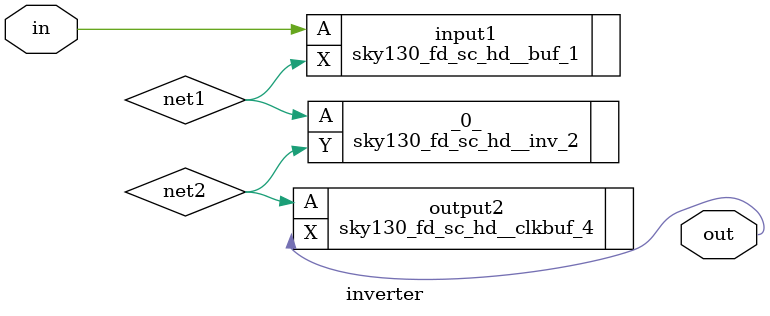
<source format=v>
module inverter (in,
    out);
 input in;
 output out;

 wire net1;
 wire net2;

 sky130_fd_sc_hd__inv_2 _0_ (.A(net1),
    .Y(net2));
 sky130_fd_sc_hd__decap_3 PHY_0 ();
 sky130_fd_sc_hd__decap_3 PHY_1 ();
 sky130_fd_sc_hd__decap_3 PHY_2 ();
 sky130_fd_sc_hd__decap_3 PHY_3 ();
 sky130_fd_sc_hd__decap_3 PHY_4 ();
 sky130_fd_sc_hd__decap_3 PHY_5 ();
 sky130_fd_sc_hd__decap_3 PHY_6 ();
 sky130_fd_sc_hd__decap_3 PHY_7 ();
 sky130_fd_sc_hd__decap_3 PHY_8 ();
 sky130_fd_sc_hd__decap_3 PHY_9 ();
 sky130_fd_sc_hd__decap_3 PHY_10 ();
 sky130_fd_sc_hd__decap_3 PHY_11 ();
 sky130_fd_sc_hd__decap_3 PHY_12 ();
 sky130_fd_sc_hd__decap_3 PHY_13 ();
 sky130_fd_sc_hd__decap_3 PHY_14 ();
 sky130_fd_sc_hd__decap_3 PHY_15 ();
 sky130_fd_sc_hd__decap_3 PHY_16 ();
 sky130_fd_sc_hd__decap_3 PHY_17 ();
 sky130_fd_sc_hd__decap_3 PHY_18 ();
 sky130_fd_sc_hd__decap_3 PHY_19 ();
 sky130_fd_sc_hd__decap_3 PHY_20 ();
 sky130_fd_sc_hd__decap_3 PHY_21 ();
 sky130_fd_sc_hd__decap_3 PHY_22 ();
 sky130_fd_sc_hd__decap_3 PHY_23 ();
 sky130_fd_sc_hd__decap_3 PHY_24 ();
 sky130_fd_sc_hd__decap_3 PHY_25 ();
 sky130_fd_sc_hd__tapvpwrvgnd_1 TAP_26 ();
 sky130_fd_sc_hd__tapvpwrvgnd_1 TAP_27 ();
 sky130_fd_sc_hd__tapvpwrvgnd_1 TAP_28 ();
 sky130_fd_sc_hd__tapvpwrvgnd_1 TAP_29 ();
 sky130_fd_sc_hd__tapvpwrvgnd_1 TAP_30 ();
 sky130_fd_sc_hd__tapvpwrvgnd_1 TAP_31 ();
 sky130_fd_sc_hd__tapvpwrvgnd_1 TAP_32 ();
 sky130_fd_sc_hd__buf_1 input1 (.A(in),
    .X(net1));
 sky130_fd_sc_hd__clkbuf_4 output2 (.A(net2),
    .X(out));
 sky130_ef_sc_hd__decap_12 FILLER_0_0_9 ();
 sky130_fd_sc_hd__decap_6 FILLER_0_0_21 ();
 sky130_fd_sc_hd__fill_1 FILLER_0_0_27 ();
 sky130_ef_sc_hd__decap_12 FILLER_0_0_29 ();
 sky130_fd_sc_hd__decap_6 FILLER_0_0_41 ();
 sky130_fd_sc_hd__fill_1 FILLER_0_0_47 ();
 sky130_ef_sc_hd__decap_12 FILLER_0_1_3 ();
 sky130_ef_sc_hd__decap_12 FILLER_0_1_15 ();
 sky130_fd_sc_hd__decap_6 FILLER_0_1_27 ();
 sky130_fd_sc_hd__fill_1 FILLER_0_1_33 ();
 sky130_fd_sc_hd__decap_8 FILLER_0_1_37 ();
 sky130_fd_sc_hd__decap_3 FILLER_0_1_45 ();
 sky130_ef_sc_hd__decap_12 FILLER_0_2_3 ();
 sky130_ef_sc_hd__decap_12 FILLER_0_2_15 ();
 sky130_fd_sc_hd__fill_1 FILLER_0_2_27 ();
 sky130_ef_sc_hd__decap_12 FILLER_0_2_29 ();
 sky130_fd_sc_hd__decap_6 FILLER_0_2_41 ();
 sky130_fd_sc_hd__fill_1 FILLER_0_2_47 ();
 sky130_ef_sc_hd__decap_12 FILLER_0_3_3 ();
 sky130_ef_sc_hd__decap_12 FILLER_0_3_15 ();
 sky130_ef_sc_hd__decap_12 FILLER_0_3_27 ();
 sky130_fd_sc_hd__decap_8 FILLER_0_3_39 ();
 sky130_fd_sc_hd__fill_1 FILLER_0_3_47 ();
 sky130_ef_sc_hd__decap_12 FILLER_0_4_3 ();
 sky130_ef_sc_hd__decap_12 FILLER_0_4_15 ();
 sky130_fd_sc_hd__fill_1 FILLER_0_4_27 ();
 sky130_ef_sc_hd__decap_12 FILLER_0_4_29 ();
 sky130_fd_sc_hd__decap_6 FILLER_0_4_41 ();
 sky130_fd_sc_hd__fill_1 FILLER_0_4_47 ();
 sky130_ef_sc_hd__decap_12 FILLER_0_5_3 ();
 sky130_ef_sc_hd__decap_12 FILLER_0_5_15 ();
 sky130_ef_sc_hd__decap_12 FILLER_0_5_27 ();
 sky130_fd_sc_hd__decap_8 FILLER_0_5_39 ();
 sky130_fd_sc_hd__fill_1 FILLER_0_5_47 ();
 sky130_ef_sc_hd__decap_12 FILLER_0_6_3 ();
 sky130_ef_sc_hd__decap_12 FILLER_0_6_15 ();
 sky130_fd_sc_hd__fill_1 FILLER_0_6_27 ();
 sky130_ef_sc_hd__decap_12 FILLER_0_6_29 ();
 sky130_fd_sc_hd__decap_6 FILLER_0_6_41 ();
 sky130_fd_sc_hd__fill_1 FILLER_0_6_47 ();
 sky130_ef_sc_hd__decap_12 FILLER_0_7_3 ();
 sky130_ef_sc_hd__decap_12 FILLER_0_7_15 ();
 sky130_ef_sc_hd__decap_12 FILLER_0_7_27 ();
 sky130_fd_sc_hd__decap_8 FILLER_0_7_39 ();
 sky130_fd_sc_hd__fill_1 FILLER_0_7_47 ();
 sky130_ef_sc_hd__decap_12 FILLER_0_8_3 ();
 sky130_ef_sc_hd__decap_12 FILLER_0_8_15 ();
 sky130_fd_sc_hd__fill_1 FILLER_0_8_27 ();
 sky130_ef_sc_hd__decap_12 FILLER_0_8_29 ();
 sky130_fd_sc_hd__decap_6 FILLER_0_8_41 ();
 sky130_fd_sc_hd__fill_1 FILLER_0_8_47 ();
 sky130_ef_sc_hd__decap_12 FILLER_0_9_3 ();
 sky130_ef_sc_hd__decap_12 FILLER_0_9_15 ();
 sky130_ef_sc_hd__decap_12 FILLER_0_9_27 ();
 sky130_fd_sc_hd__decap_8 FILLER_0_9_39 ();
 sky130_fd_sc_hd__fill_1 FILLER_0_9_47 ();
 sky130_ef_sc_hd__decap_12 FILLER_0_10_3 ();
 sky130_ef_sc_hd__decap_12 FILLER_0_10_15 ();
 sky130_fd_sc_hd__fill_1 FILLER_0_10_27 ();
 sky130_ef_sc_hd__decap_12 FILLER_0_10_29 ();
 sky130_fd_sc_hd__decap_6 FILLER_0_10_41 ();
 sky130_fd_sc_hd__fill_1 FILLER_0_10_47 ();
 sky130_ef_sc_hd__decap_12 FILLER_0_11_3 ();
 sky130_ef_sc_hd__decap_12 FILLER_0_11_15 ();
 sky130_ef_sc_hd__decap_12 FILLER_0_11_27 ();
 sky130_fd_sc_hd__decap_8 FILLER_0_11_39 ();
 sky130_fd_sc_hd__fill_1 FILLER_0_11_47 ();
 sky130_ef_sc_hd__decap_12 FILLER_0_12_3 ();
 sky130_ef_sc_hd__decap_12 FILLER_0_12_15 ();
 sky130_fd_sc_hd__fill_1 FILLER_0_12_27 ();
 sky130_ef_sc_hd__decap_12 FILLER_0_12_29 ();
 sky130_fd_sc_hd__decap_4 FILLER_0_12_41 ();
endmodule

</source>
